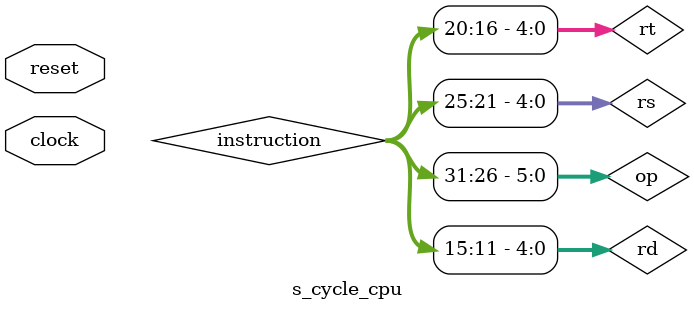
<source format=v>
module s_cycle_cpu(clock,reset);

    //输入
    input clock;
    input reset;

    wire [31:0] npc;
    wire [31:0] pc;
    wire [31:0] instruction;
    wire [4:0] rs; //读寄存器1
    wire [4:0] rt; //读寄存器2
    wire [4:0] rd;
    wire reg_write;
    wire [31:0] a;  
    wire [31:0] b;
    wire [31:0] c;
    wire [2:0] aluop;
    wire [5:0] op;
    wire [5:0] funct;

    pc PC(.pc(pc),.clock(clock),.reset(reset),.npc(npc));
    assign npc = pc + 4;
    im IM(.instruction(instruction),.pc(pc));
    assign op = instruction [31:26];
    assign rs = instruction [25:21];
	assign rt = instruction [20:16];
	assign rd = instruction [15:11];
    assign funct = instruction [5:0];
    ctrl CTRL(.reg_write(reg_write),.aluop(aluop),.op(op),.funct(funct));
    gpr GPR(.a(a),.b(b),.clock(clock),.reg_write(reg_write),.num_write(rd),.rs(rs),.rt(rt),.data_write(c));
    alu ALU(.c(c),.a(a),.b(b),.aluop(aluop));

endmodule
</source>
